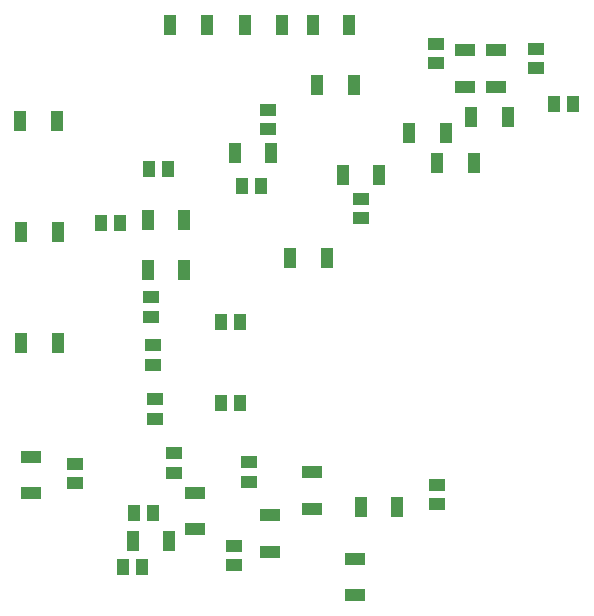
<source format=gbr>
%TF.GenerationSoftware,KiCad,Pcbnew,8.0.5*%
%TF.CreationDate,2024-10-10T22:45:47+02:00*%
%TF.ProjectId,TSAL,5453414c-2e6b-4696-9361-645f70636258,V2.0*%
%TF.SameCoordinates,Original*%
%TF.FileFunction,Paste,Bot*%
%TF.FilePolarity,Positive*%
%FSLAX46Y46*%
G04 Gerber Fmt 4.6, Leading zero omitted, Abs format (unit mm)*
G04 Created by KiCad (PCBNEW 8.0.5) date 2024-10-10 22:45:47*
%MOMM*%
%LPD*%
G01*
G04 APERTURE LIST*
%ADD10R,1.070000X1.470000*%
%ADD11R,1.470000X1.070000*%
%ADD12R,1.800000X1.050000*%
%ADD13R,1.050000X1.800000*%
G04 APERTURE END LIST*
D10*
%TO.C,C19*%
X151950000Y-37160200D03*
X150310000Y-37160200D03*
%TD*%
D11*
%TO.C,C21*%
X118110000Y-68384000D03*
X118110000Y-66744000D03*
%TD*%
D12*
%TO.C,R17*%
X145415000Y-35727500D03*
X145415000Y-32627500D03*
%TD*%
D10*
%TO.C,C17*%
X122116000Y-62484000D03*
X123756000Y-62484000D03*
%TD*%
D13*
%TO.C,R10*%
X117755000Y-74168000D03*
X114655000Y-74168000D03*
%TD*%
%TO.C,R41*%
X138073800Y-39624000D03*
X141173800Y-39624000D03*
%TD*%
%TO.C,R42*%
X143536000Y-42164000D03*
X140436000Y-42164000D03*
%TD*%
D12*
%TO.C,R35*%
X126238000Y-71957600D03*
X126238000Y-75057600D03*
%TD*%
D11*
%TO.C,C1*%
X123190000Y-76232600D03*
X123190000Y-74592600D03*
%TD*%
D10*
%TO.C,C11*%
X122100905Y-55652074D03*
X123740905Y-55652074D03*
%TD*%
D13*
%TO.C,R5*%
X108305000Y-47990000D03*
X105205000Y-47990000D03*
%TD*%
D11*
%TO.C,C7*%
X109728000Y-69277650D03*
X109728000Y-67637650D03*
%TD*%
D13*
%TO.C,R34*%
X135535000Y-43180000D03*
X132435000Y-43180000D03*
%TD*%
D11*
%TO.C,C14*%
X124460000Y-69146000D03*
X124460000Y-67506000D03*
%TD*%
%TO.C,C5*%
X148818600Y-34119400D03*
X148818600Y-32479400D03*
%TD*%
D13*
%TO.C,R32*%
X123265000Y-41275000D03*
X126365000Y-41275000D03*
%TD*%
%TO.C,R33*%
X133959000Y-71247000D03*
X137059000Y-71247000D03*
%TD*%
D10*
%TO.C,C18*%
X114750000Y-71755000D03*
X116390000Y-71755000D03*
%TD*%
D13*
%TO.C,R11*%
X124180000Y-30480000D03*
X127280000Y-30480000D03*
%TD*%
%TO.C,R14*%
X130276000Y-35560000D03*
X133376000Y-35560000D03*
%TD*%
D11*
%TO.C,C3*%
X133975279Y-46818306D03*
X133975279Y-45178306D03*
%TD*%
D12*
%TO.C,R16*%
X106045000Y-70130000D03*
X106045000Y-67030000D03*
%TD*%
D11*
%TO.C,C20*%
X116528000Y-63812000D03*
X116528000Y-62172000D03*
%TD*%
D10*
%TO.C,C2*%
X113792000Y-76327000D03*
X115432000Y-76327000D03*
%TD*%
%TO.C,C16*%
X116020000Y-42672000D03*
X117660000Y-42672000D03*
%TD*%
D12*
%TO.C,R19*%
X119888000Y-73178000D03*
X119888000Y-70078000D03*
%TD*%
D13*
%TO.C,R12*%
X132995000Y-30480000D03*
X129895000Y-30480000D03*
%TD*%
D10*
%TO.C,C4*%
X123894000Y-44069000D03*
X125534000Y-44069000D03*
%TD*%
D13*
%TO.C,R29*%
X131090000Y-50165000D03*
X127990000Y-50165000D03*
%TD*%
D12*
%TO.C,R15*%
X142798800Y-32587600D03*
X142798800Y-35687600D03*
%TD*%
D11*
%TO.C,C8*%
X140393322Y-71052060D03*
X140393322Y-69412060D03*
%TD*%
%TO.C,C15*%
X140335000Y-32087500D03*
X140335000Y-33727500D03*
%TD*%
%TO.C,C9*%
X126091553Y-37634380D03*
X126091553Y-39274380D03*
%TD*%
D12*
%TO.C,R36*%
X129794000Y-71425400D03*
X129794000Y-68325400D03*
%TD*%
D11*
%TO.C,C12*%
X116332000Y-59240000D03*
X116332000Y-57600000D03*
%TD*%
%TO.C,C6*%
X116205000Y-55176000D03*
X116205000Y-53536000D03*
%TD*%
D13*
%TO.C,R9*%
X119025000Y-46990000D03*
X115925000Y-46990000D03*
%TD*%
%TO.C,R8*%
X108305000Y-57404000D03*
X105205000Y-57404000D03*
%TD*%
%TO.C,R13*%
X117830000Y-30480000D03*
X120930000Y-30480000D03*
%TD*%
%TO.C,R39*%
X146406200Y-38252400D03*
X143306200Y-38252400D03*
%TD*%
%TO.C,R31*%
X115918450Y-51243969D03*
X119018450Y-51243969D03*
%TD*%
%TO.C,R3*%
X108230000Y-38608000D03*
X105130000Y-38608000D03*
%TD*%
D10*
%TO.C,C10*%
X111956000Y-47244000D03*
X113596000Y-47244000D03*
%TD*%
D12*
%TO.C,R1*%
X133451600Y-78740600D03*
X133451600Y-75640600D03*
%TD*%
M02*

</source>
